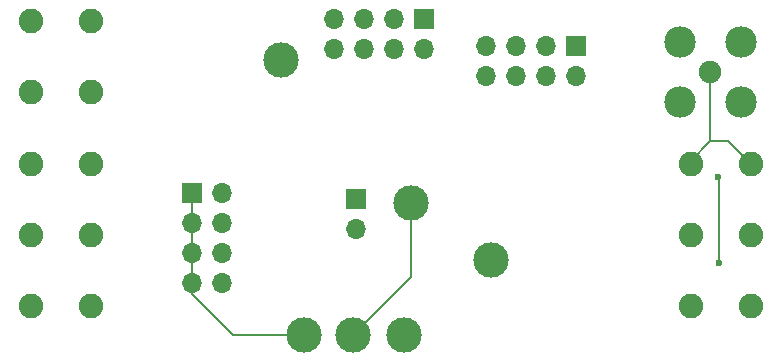
<source format=gbr>
%TF.GenerationSoftware,KiCad,Pcbnew,(6.0.4-0)*%
%TF.CreationDate,2023-08-14T15:40:46-05:00*%
%TF.ProjectId,model_cell,6d6f6465-6c5f-4636-956c-6c2e6b696361,rev?*%
%TF.SameCoordinates,Original*%
%TF.FileFunction,Copper,L2,Bot*%
%TF.FilePolarity,Positive*%
%FSLAX46Y46*%
G04 Gerber Fmt 4.6, Leading zero omitted, Abs format (unit mm)*
G04 Created by KiCad (PCBNEW (6.0.4-0)) date 2023-08-14 15:40:46*
%MOMM*%
%LPD*%
G01*
G04 APERTURE LIST*
%TA.AperFunction,ComponentPad*%
%ADD10C,2.082800*%
%TD*%
%TA.AperFunction,ComponentPad*%
%ADD11R,1.700000X1.700000*%
%TD*%
%TA.AperFunction,ComponentPad*%
%ADD12O,1.700000X1.700000*%
%TD*%
%TA.AperFunction,ComponentPad*%
%ADD13C,1.905000*%
%TD*%
%TA.AperFunction,ComponentPad*%
%ADD14C,2.667000*%
%TD*%
%TA.AperFunction,ComponentPad*%
%ADD15C,3.000000*%
%TD*%
%TA.AperFunction,ViaPad*%
%ADD16C,0.600000*%
%TD*%
%TA.AperFunction,Conductor*%
%ADD17C,0.127000*%
%TD*%
G04 APERTURE END LIST*
D10*
%TO.P,J9,1*%
%TO.N,Net-(J1-Pad1)*%
X62230000Y20002500D03*
X57150000Y20002500D03*
%TD*%
%TO.P,J4,1*%
%TO.N,Net-(J4-Pad1)*%
X6350000Y32067500D03*
X1270000Y32067500D03*
%TD*%
%TO.P,J2,1*%
%TO.N,Net-(J2-Pad1)*%
X6350000Y7937500D03*
X1270000Y7937500D03*
%TD*%
%TO.P,J8,1*%
%TO.N,Net-(J8-Pad1)*%
X57150000Y13970000D03*
X62230000Y13970000D03*
%TD*%
D11*
%TO.P,H2,1,Pin_1*%
%TO.N,Net-(Cma1-Pad2)*%
X28752800Y17035700D03*
D12*
%TO.P,H2,2,Pin_2*%
%TO.N,Net-(H2-Pad2)*%
X28752800Y14495700D03*
%TD*%
D13*
%TO.P,J1,1,In*%
%TO.N,Net-(J1-Pad1)*%
X58801000Y27749500D03*
D14*
%TO.P,J1,2,Ext*%
%TO.N,Net-(J1-Pad2)*%
X56251100Y30299400D03*
%TO.P,J1,3*%
%TO.N,N/C*%
X61350900Y30299400D03*
%TO.P,J1,4*%
X61350900Y25199600D03*
%TO.P,J1,5*%
X56251100Y25199600D03*
%TD*%
D10*
%TO.P,J7,1*%
%TO.N,GND*%
X57150000Y7937500D03*
X62230000Y7937500D03*
%TD*%
D15*
%TO.P,G3,1,1*%
%TO.N,GND*%
X28575000Y5524500D03*
%TD*%
D11*
%TO.P,REJ1,1,Pin_1*%
%TO.N,Net-(C20-Pad2)*%
X47437200Y29989700D03*
D12*
%TO.P,REJ1,2,Pin_2*%
%TO.N,Net-(R11-Pad2)*%
X47437200Y27449700D03*
%TO.P,REJ1,3,Pin_3*%
%TO.N,Net-(C20-Pad2)*%
X44897200Y29989700D03*
%TO.P,REJ1,4,Pin_4*%
%TO.N,Net-(R12-Pad2)*%
X44897200Y27449700D03*
%TO.P,REJ1,5,Pin_5*%
%TO.N,Net-(C20-Pad2)*%
X42357200Y29989700D03*
%TO.P,REJ1,6,Pin_6*%
%TO.N,Net-(R13-Pad2)*%
X42357200Y27449700D03*
%TO.P,REJ1,7,Pin_7*%
%TO.N,Net-(C20-Pad2)*%
X39817200Y29989700D03*
%TO.P,REJ1,8,Pin_8*%
%TO.N,Net-(R14-Pad2)*%
X39817200Y27449700D03*
%TD*%
D15*
%TO.P,T4,1,1*%
%TO.N,Net-(R2-Pad2)*%
X22453600Y28765500D03*
%TD*%
D10*
%TO.P,J6,1*%
%TO.N,Net-(J6-Pad1)*%
X1270000Y20002500D03*
X6350000Y20002500D03*
%TD*%
D11*
%TO.P,RpcJ1,1,Pin_1*%
%TO.N,Net-(J4-Pad1)*%
X34584800Y32275700D03*
D12*
%TO.P,RpcJ1,2,Pin_2*%
%TO.N,Net-(R6-Pad1)*%
X34584800Y29735700D03*
%TO.P,RpcJ1,3,Pin_3*%
%TO.N,Net-(J4-Pad1)*%
X32044800Y32275700D03*
%TO.P,RpcJ1,4,Pin_4*%
%TO.N,Net-(R7-Pad1)*%
X32044800Y29735700D03*
%TO.P,RpcJ1,5,Pin_5*%
%TO.N,Net-(J4-Pad1)*%
X29504800Y32275700D03*
%TO.P,RpcJ1,6,Pin_6*%
%TO.N,Net-(R8-Pad1)*%
X29504800Y29735700D03*
%TO.P,RpcJ1,7,Pin_7*%
%TO.N,Net-(J4-Pad1)*%
X26964800Y32275700D03*
%TO.P,RpcJ1,8,Pin_8*%
%TO.N,Net-(R9-Pad1)*%
X26964800Y29735700D03*
%TD*%
D15*
%TO.P,T3,1,1*%
%TO.N,Net-(Cma1-Pad2)*%
X40182800Y11849100D03*
%TD*%
%TO.P,G5,1,1*%
%TO.N,GND*%
X33426400Y16675100D03*
%TD*%
%TO.P,T1,1,1*%
%TO.N,Net-(C20-Pad1)*%
X24384000Y5524500D03*
%TD*%
D11*
%TO.P,SRJ1,1,Pin_1*%
%TO.N,Net-(C20-Pad1)*%
X14930200Y17528700D03*
D12*
%TO.P,SRJ1,2,Pin_2*%
%TO.N,Net-(R10-Pad2)*%
X17470200Y17528700D03*
%TO.P,SRJ1,3,Pin_3*%
%TO.N,Net-(C20-Pad1)*%
X14930200Y14988700D03*
%TO.P,SRJ1,4,Pin_4*%
%TO.N,Net-(R15-Pad2)*%
X17470200Y14988700D03*
%TO.P,SRJ1,5,Pin_5*%
%TO.N,Net-(C20-Pad1)*%
X14930200Y12448700D03*
%TO.P,SRJ1,6,Pin_6*%
%TO.N,Net-(R17-Pad2)*%
X17470200Y12448700D03*
%TO.P,SRJ1,7,Pin_7*%
%TO.N,Net-(C20-Pad1)*%
X14930200Y9908700D03*
%TO.P,SRJ1,8,Pin_8*%
%TO.N,Net-(R18-Pad2)*%
X17470200Y9908700D03*
%TD*%
D15*
%TO.P,T2,1,1*%
%TO.N,Net-(Cma1-Pad1)*%
X32893000Y5524500D03*
%TD*%
D10*
%TO.P,J5,1*%
%TO.N,Net-(J5-Pad1)*%
X6350000Y26035000D03*
X1270000Y26035000D03*
%TD*%
%TO.P,J3,1*%
%TO.N,Net-(J3-Pad1)*%
X1270000Y13970000D03*
X6350000Y13970000D03*
%TD*%
D16*
%TO.N,GND*%
X59537600Y11595100D03*
X59436000Y18859500D03*
%TD*%
D17*
%TO.N,Net-(J1-Pad1)*%
X60325000Y21907500D02*
X62230000Y20002500D01*
X58801000Y21907500D02*
X60325000Y21907500D01*
X58801000Y21907500D02*
X57150000Y20256500D01*
X57150000Y20256500D02*
X57150000Y20002500D01*
%TO.N,Net-(C20-Pad1)*%
X24384000Y5524500D02*
X18415000Y5524500D01*
X14930200Y9009300D02*
X14930200Y9908700D01*
X18415000Y5524500D02*
X14930200Y9009300D01*
%TO.N,GND*%
X33426400Y10375900D02*
X28575000Y5524500D01*
X59537600Y18757900D02*
X59436000Y18859500D01*
X33426400Y16675100D02*
X33426400Y10375900D01*
X59537600Y11595100D02*
X59537600Y18757900D01*
%TO.N,Net-(C20-Pad1)*%
X14930200Y12448700D02*
X14930200Y14988700D01*
X14930200Y9908700D02*
X14930200Y12448700D01*
X14930200Y14988700D02*
X14930200Y17528700D01*
%TO.N,Net-(J1-Pad1)*%
X58801000Y27749500D02*
X58801000Y21907500D01*
%TD*%
M02*

</source>
